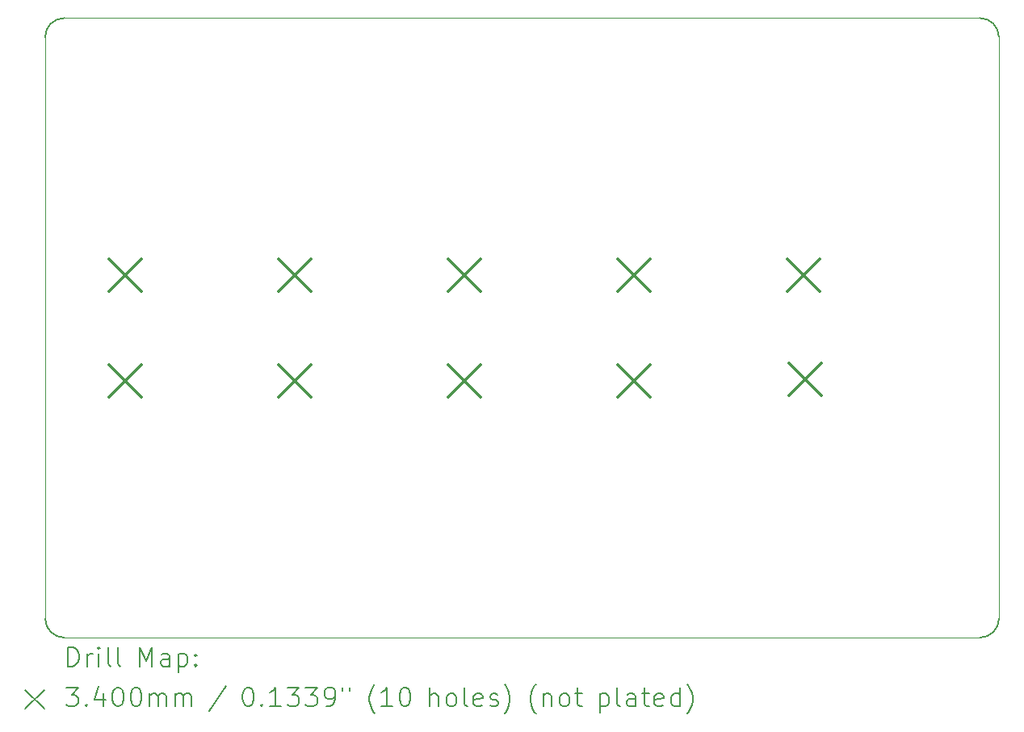
<source format=gbr>
%TF.GenerationSoftware,KiCad,Pcbnew,(6.99.0-3568-gdcfcfd5f29)*%
%TF.CreationDate,2022-10-04T16:24:15+03:00*%
%TF.ProjectId,welder ac diy,77656c64-6572-4206-9163-206469792e6b,rev?*%
%TF.SameCoordinates,Original*%
%TF.FileFunction,Drillmap*%
%TF.FilePolarity,Positive*%
%FSLAX45Y45*%
G04 Gerber Fmt 4.5, Leading zero omitted, Abs format (unit mm)*
G04 Created by KiCad (PCBNEW (6.99.0-3568-gdcfcfd5f29)) date 2022-10-04 16:24:15*
%MOMM*%
%LPD*%
G01*
G04 APERTURE LIST*
%ADD10C,0.150000*%
%ADD11C,0.100000*%
%ADD12C,0.200000*%
%ADD13C,0.340000*%
G04 APERTURE END LIST*
D10*
X5200000Y-5000000D02*
G75*
G03*
X5000000Y-5200000I0J-200000D01*
G01*
X14800000Y-11500000D02*
G75*
G03*
X15000000Y-11300000I0J200000D01*
G01*
D11*
X5200000Y-5000000D02*
X14800000Y-5000000D01*
X15000000Y-5200000D02*
X15000000Y-11300000D01*
D10*
X5000000Y-11300000D02*
G75*
G03*
X5200000Y-11500000I200000J0D01*
G01*
D11*
X14800000Y-11500000D02*
X5200000Y-11500000D01*
X5000000Y-11300000D02*
X5000000Y-5200000D01*
D10*
X15000000Y-5200000D02*
G75*
G03*
X14800000Y-5000000I-200000J0D01*
G01*
D12*
D13*
X5672000Y-7530500D02*
X6012000Y-7870500D01*
X6012000Y-7530500D02*
X5672000Y-7870500D01*
X5672000Y-8639500D02*
X6012000Y-8979500D01*
X6012000Y-8639500D02*
X5672000Y-8979500D01*
X7450000Y-7530500D02*
X7790000Y-7870500D01*
X7790000Y-7530500D02*
X7450000Y-7870500D01*
X7450000Y-8639500D02*
X7790000Y-8979500D01*
X7790000Y-8639500D02*
X7450000Y-8979500D01*
X9228000Y-7530500D02*
X9568000Y-7870500D01*
X9568000Y-7530500D02*
X9228000Y-7870500D01*
X9228000Y-8639500D02*
X9568000Y-8979500D01*
X9568000Y-8639500D02*
X9228000Y-8979500D01*
X11006000Y-7530500D02*
X11346000Y-7870500D01*
X11346000Y-7530500D02*
X11006000Y-7870500D01*
X11006000Y-8639500D02*
X11346000Y-8979500D01*
X11346000Y-8639500D02*
X11006000Y-8979500D01*
X12784000Y-7530500D02*
X13124000Y-7870500D01*
X13124000Y-7530500D02*
X12784000Y-7870500D01*
X12795600Y-8618000D02*
X13135600Y-8958000D01*
X13135600Y-8618000D02*
X12795600Y-8958000D01*
D12*
X5240119Y-11800976D02*
X5240119Y-11600976D01*
X5240119Y-11600976D02*
X5287738Y-11600976D01*
X5287738Y-11600976D02*
X5316310Y-11610500D01*
X5316310Y-11610500D02*
X5335357Y-11629548D01*
X5335357Y-11629548D02*
X5344881Y-11648595D01*
X5344881Y-11648595D02*
X5354405Y-11686690D01*
X5354405Y-11686690D02*
X5354405Y-11715262D01*
X5354405Y-11715262D02*
X5344881Y-11753357D01*
X5344881Y-11753357D02*
X5335357Y-11772405D01*
X5335357Y-11772405D02*
X5316310Y-11791452D01*
X5316310Y-11791452D02*
X5287738Y-11800976D01*
X5287738Y-11800976D02*
X5240119Y-11800976D01*
X5440119Y-11800976D02*
X5440119Y-11667643D01*
X5440119Y-11705738D02*
X5449643Y-11686690D01*
X5449643Y-11686690D02*
X5459167Y-11677167D01*
X5459167Y-11677167D02*
X5478214Y-11667643D01*
X5478214Y-11667643D02*
X5497262Y-11667643D01*
X5563929Y-11800976D02*
X5563929Y-11667643D01*
X5563929Y-11600976D02*
X5554405Y-11610500D01*
X5554405Y-11610500D02*
X5563929Y-11620024D01*
X5563929Y-11620024D02*
X5573452Y-11610500D01*
X5573452Y-11610500D02*
X5563929Y-11600976D01*
X5563929Y-11600976D02*
X5563929Y-11620024D01*
X5687738Y-11800976D02*
X5668690Y-11791452D01*
X5668690Y-11791452D02*
X5659167Y-11772405D01*
X5659167Y-11772405D02*
X5659167Y-11600976D01*
X5792500Y-11800976D02*
X5773452Y-11791452D01*
X5773452Y-11791452D02*
X5763928Y-11772405D01*
X5763928Y-11772405D02*
X5763928Y-11600976D01*
X5988690Y-11800976D02*
X5988690Y-11600976D01*
X5988690Y-11600976D02*
X6055357Y-11743833D01*
X6055357Y-11743833D02*
X6122024Y-11600976D01*
X6122024Y-11600976D02*
X6122024Y-11800976D01*
X6302976Y-11800976D02*
X6302976Y-11696214D01*
X6302976Y-11696214D02*
X6293452Y-11677167D01*
X6293452Y-11677167D02*
X6274405Y-11667643D01*
X6274405Y-11667643D02*
X6236309Y-11667643D01*
X6236309Y-11667643D02*
X6217262Y-11677167D01*
X6302976Y-11791452D02*
X6283928Y-11800976D01*
X6283928Y-11800976D02*
X6236309Y-11800976D01*
X6236309Y-11800976D02*
X6217262Y-11791452D01*
X6217262Y-11791452D02*
X6207738Y-11772405D01*
X6207738Y-11772405D02*
X6207738Y-11753357D01*
X6207738Y-11753357D02*
X6217262Y-11734309D01*
X6217262Y-11734309D02*
X6236309Y-11724786D01*
X6236309Y-11724786D02*
X6283928Y-11724786D01*
X6283928Y-11724786D02*
X6302976Y-11715262D01*
X6398214Y-11667643D02*
X6398214Y-11867643D01*
X6398214Y-11677167D02*
X6417262Y-11667643D01*
X6417262Y-11667643D02*
X6455357Y-11667643D01*
X6455357Y-11667643D02*
X6474405Y-11677167D01*
X6474405Y-11677167D02*
X6483928Y-11686690D01*
X6483928Y-11686690D02*
X6493452Y-11705738D01*
X6493452Y-11705738D02*
X6493452Y-11762881D01*
X6493452Y-11762881D02*
X6483928Y-11781928D01*
X6483928Y-11781928D02*
X6474405Y-11791452D01*
X6474405Y-11791452D02*
X6455357Y-11800976D01*
X6455357Y-11800976D02*
X6417262Y-11800976D01*
X6417262Y-11800976D02*
X6398214Y-11791452D01*
X6579167Y-11781928D02*
X6588690Y-11791452D01*
X6588690Y-11791452D02*
X6579167Y-11800976D01*
X6579167Y-11800976D02*
X6569643Y-11791452D01*
X6569643Y-11791452D02*
X6579167Y-11781928D01*
X6579167Y-11781928D02*
X6579167Y-11800976D01*
X6579167Y-11677167D02*
X6588690Y-11686690D01*
X6588690Y-11686690D02*
X6579167Y-11696214D01*
X6579167Y-11696214D02*
X6569643Y-11686690D01*
X6569643Y-11686690D02*
X6579167Y-11677167D01*
X6579167Y-11677167D02*
X6579167Y-11696214D01*
X4792500Y-12047500D02*
X4992500Y-12247500D01*
X4992500Y-12047500D02*
X4792500Y-12247500D01*
X5221071Y-12020976D02*
X5344881Y-12020976D01*
X5344881Y-12020976D02*
X5278214Y-12097167D01*
X5278214Y-12097167D02*
X5306786Y-12097167D01*
X5306786Y-12097167D02*
X5325833Y-12106690D01*
X5325833Y-12106690D02*
X5335357Y-12116214D01*
X5335357Y-12116214D02*
X5344881Y-12135262D01*
X5344881Y-12135262D02*
X5344881Y-12182881D01*
X5344881Y-12182881D02*
X5335357Y-12201928D01*
X5335357Y-12201928D02*
X5325833Y-12211452D01*
X5325833Y-12211452D02*
X5306786Y-12220976D01*
X5306786Y-12220976D02*
X5249643Y-12220976D01*
X5249643Y-12220976D02*
X5230595Y-12211452D01*
X5230595Y-12211452D02*
X5221071Y-12201928D01*
X5430595Y-12201928D02*
X5440119Y-12211452D01*
X5440119Y-12211452D02*
X5430595Y-12220976D01*
X5430595Y-12220976D02*
X5421071Y-12211452D01*
X5421071Y-12211452D02*
X5430595Y-12201928D01*
X5430595Y-12201928D02*
X5430595Y-12220976D01*
X5611548Y-12087643D02*
X5611548Y-12220976D01*
X5563929Y-12011452D02*
X5516310Y-12154309D01*
X5516310Y-12154309D02*
X5640119Y-12154309D01*
X5754405Y-12020976D02*
X5773452Y-12020976D01*
X5773452Y-12020976D02*
X5792500Y-12030500D01*
X5792500Y-12030500D02*
X5802024Y-12040024D01*
X5802024Y-12040024D02*
X5811548Y-12059071D01*
X5811548Y-12059071D02*
X5821071Y-12097167D01*
X5821071Y-12097167D02*
X5821071Y-12144786D01*
X5821071Y-12144786D02*
X5811548Y-12182881D01*
X5811548Y-12182881D02*
X5802024Y-12201928D01*
X5802024Y-12201928D02*
X5792500Y-12211452D01*
X5792500Y-12211452D02*
X5773452Y-12220976D01*
X5773452Y-12220976D02*
X5754405Y-12220976D01*
X5754405Y-12220976D02*
X5735357Y-12211452D01*
X5735357Y-12211452D02*
X5725833Y-12201928D01*
X5725833Y-12201928D02*
X5716309Y-12182881D01*
X5716309Y-12182881D02*
X5706786Y-12144786D01*
X5706786Y-12144786D02*
X5706786Y-12097167D01*
X5706786Y-12097167D02*
X5716309Y-12059071D01*
X5716309Y-12059071D02*
X5725833Y-12040024D01*
X5725833Y-12040024D02*
X5735357Y-12030500D01*
X5735357Y-12030500D02*
X5754405Y-12020976D01*
X5944881Y-12020976D02*
X5963929Y-12020976D01*
X5963929Y-12020976D02*
X5982976Y-12030500D01*
X5982976Y-12030500D02*
X5992500Y-12040024D01*
X5992500Y-12040024D02*
X6002024Y-12059071D01*
X6002024Y-12059071D02*
X6011548Y-12097167D01*
X6011548Y-12097167D02*
X6011548Y-12144786D01*
X6011548Y-12144786D02*
X6002024Y-12182881D01*
X6002024Y-12182881D02*
X5992500Y-12201928D01*
X5992500Y-12201928D02*
X5982976Y-12211452D01*
X5982976Y-12211452D02*
X5963929Y-12220976D01*
X5963929Y-12220976D02*
X5944881Y-12220976D01*
X5944881Y-12220976D02*
X5925833Y-12211452D01*
X5925833Y-12211452D02*
X5916309Y-12201928D01*
X5916309Y-12201928D02*
X5906786Y-12182881D01*
X5906786Y-12182881D02*
X5897262Y-12144786D01*
X5897262Y-12144786D02*
X5897262Y-12097167D01*
X5897262Y-12097167D02*
X5906786Y-12059071D01*
X5906786Y-12059071D02*
X5916309Y-12040024D01*
X5916309Y-12040024D02*
X5925833Y-12030500D01*
X5925833Y-12030500D02*
X5944881Y-12020976D01*
X6097262Y-12220976D02*
X6097262Y-12087643D01*
X6097262Y-12106690D02*
X6106786Y-12097167D01*
X6106786Y-12097167D02*
X6125833Y-12087643D01*
X6125833Y-12087643D02*
X6154405Y-12087643D01*
X6154405Y-12087643D02*
X6173452Y-12097167D01*
X6173452Y-12097167D02*
X6182976Y-12116214D01*
X6182976Y-12116214D02*
X6182976Y-12220976D01*
X6182976Y-12116214D02*
X6192500Y-12097167D01*
X6192500Y-12097167D02*
X6211548Y-12087643D01*
X6211548Y-12087643D02*
X6240119Y-12087643D01*
X6240119Y-12087643D02*
X6259167Y-12097167D01*
X6259167Y-12097167D02*
X6268690Y-12116214D01*
X6268690Y-12116214D02*
X6268690Y-12220976D01*
X6363929Y-12220976D02*
X6363929Y-12087643D01*
X6363929Y-12106690D02*
X6373452Y-12097167D01*
X6373452Y-12097167D02*
X6392500Y-12087643D01*
X6392500Y-12087643D02*
X6421071Y-12087643D01*
X6421071Y-12087643D02*
X6440119Y-12097167D01*
X6440119Y-12097167D02*
X6449643Y-12116214D01*
X6449643Y-12116214D02*
X6449643Y-12220976D01*
X6449643Y-12116214D02*
X6459167Y-12097167D01*
X6459167Y-12097167D02*
X6478214Y-12087643D01*
X6478214Y-12087643D02*
X6506786Y-12087643D01*
X6506786Y-12087643D02*
X6525833Y-12097167D01*
X6525833Y-12097167D02*
X6535357Y-12116214D01*
X6535357Y-12116214D02*
X6535357Y-12220976D01*
X6893452Y-12011452D02*
X6722024Y-12268595D01*
X7118214Y-12020976D02*
X7137262Y-12020976D01*
X7137262Y-12020976D02*
X7156310Y-12030500D01*
X7156310Y-12030500D02*
X7165833Y-12040024D01*
X7165833Y-12040024D02*
X7175357Y-12059071D01*
X7175357Y-12059071D02*
X7184881Y-12097167D01*
X7184881Y-12097167D02*
X7184881Y-12144786D01*
X7184881Y-12144786D02*
X7175357Y-12182881D01*
X7175357Y-12182881D02*
X7165833Y-12201928D01*
X7165833Y-12201928D02*
X7156310Y-12211452D01*
X7156310Y-12211452D02*
X7137262Y-12220976D01*
X7137262Y-12220976D02*
X7118214Y-12220976D01*
X7118214Y-12220976D02*
X7099167Y-12211452D01*
X7099167Y-12211452D02*
X7089643Y-12201928D01*
X7089643Y-12201928D02*
X7080119Y-12182881D01*
X7080119Y-12182881D02*
X7070595Y-12144786D01*
X7070595Y-12144786D02*
X7070595Y-12097167D01*
X7070595Y-12097167D02*
X7080119Y-12059071D01*
X7080119Y-12059071D02*
X7089643Y-12040024D01*
X7089643Y-12040024D02*
X7099167Y-12030500D01*
X7099167Y-12030500D02*
X7118214Y-12020976D01*
X7270595Y-12201928D02*
X7280119Y-12211452D01*
X7280119Y-12211452D02*
X7270595Y-12220976D01*
X7270595Y-12220976D02*
X7261071Y-12211452D01*
X7261071Y-12211452D02*
X7270595Y-12201928D01*
X7270595Y-12201928D02*
X7270595Y-12220976D01*
X7470595Y-12220976D02*
X7356310Y-12220976D01*
X7413452Y-12220976D02*
X7413452Y-12020976D01*
X7413452Y-12020976D02*
X7394405Y-12049548D01*
X7394405Y-12049548D02*
X7375357Y-12068595D01*
X7375357Y-12068595D02*
X7356310Y-12078119D01*
X7537262Y-12020976D02*
X7661071Y-12020976D01*
X7661071Y-12020976D02*
X7594405Y-12097167D01*
X7594405Y-12097167D02*
X7622976Y-12097167D01*
X7622976Y-12097167D02*
X7642024Y-12106690D01*
X7642024Y-12106690D02*
X7651548Y-12116214D01*
X7651548Y-12116214D02*
X7661071Y-12135262D01*
X7661071Y-12135262D02*
X7661071Y-12182881D01*
X7661071Y-12182881D02*
X7651548Y-12201928D01*
X7651548Y-12201928D02*
X7642024Y-12211452D01*
X7642024Y-12211452D02*
X7622976Y-12220976D01*
X7622976Y-12220976D02*
X7565833Y-12220976D01*
X7565833Y-12220976D02*
X7546786Y-12211452D01*
X7546786Y-12211452D02*
X7537262Y-12201928D01*
X7727738Y-12020976D02*
X7851548Y-12020976D01*
X7851548Y-12020976D02*
X7784881Y-12097167D01*
X7784881Y-12097167D02*
X7813452Y-12097167D01*
X7813452Y-12097167D02*
X7832500Y-12106690D01*
X7832500Y-12106690D02*
X7842024Y-12116214D01*
X7842024Y-12116214D02*
X7851548Y-12135262D01*
X7851548Y-12135262D02*
X7851548Y-12182881D01*
X7851548Y-12182881D02*
X7842024Y-12201928D01*
X7842024Y-12201928D02*
X7832500Y-12211452D01*
X7832500Y-12211452D02*
X7813452Y-12220976D01*
X7813452Y-12220976D02*
X7756310Y-12220976D01*
X7756310Y-12220976D02*
X7737262Y-12211452D01*
X7737262Y-12211452D02*
X7727738Y-12201928D01*
X7946786Y-12220976D02*
X7984881Y-12220976D01*
X7984881Y-12220976D02*
X8003929Y-12211452D01*
X8003929Y-12211452D02*
X8013452Y-12201928D01*
X8013452Y-12201928D02*
X8032500Y-12173357D01*
X8032500Y-12173357D02*
X8042024Y-12135262D01*
X8042024Y-12135262D02*
X8042024Y-12059071D01*
X8042024Y-12059071D02*
X8032500Y-12040024D01*
X8032500Y-12040024D02*
X8022976Y-12030500D01*
X8022976Y-12030500D02*
X8003929Y-12020976D01*
X8003929Y-12020976D02*
X7965833Y-12020976D01*
X7965833Y-12020976D02*
X7946786Y-12030500D01*
X7946786Y-12030500D02*
X7937262Y-12040024D01*
X7937262Y-12040024D02*
X7927738Y-12059071D01*
X7927738Y-12059071D02*
X7927738Y-12106690D01*
X7927738Y-12106690D02*
X7937262Y-12125738D01*
X7937262Y-12125738D02*
X7946786Y-12135262D01*
X7946786Y-12135262D02*
X7965833Y-12144786D01*
X7965833Y-12144786D02*
X8003929Y-12144786D01*
X8003929Y-12144786D02*
X8022976Y-12135262D01*
X8022976Y-12135262D02*
X8032500Y-12125738D01*
X8032500Y-12125738D02*
X8042024Y-12106690D01*
X8118214Y-12020976D02*
X8118214Y-12059071D01*
X8194405Y-12020976D02*
X8194405Y-12059071D01*
X8457262Y-12297167D02*
X8447738Y-12287643D01*
X8447738Y-12287643D02*
X8428691Y-12259071D01*
X8428691Y-12259071D02*
X8419167Y-12240024D01*
X8419167Y-12240024D02*
X8409643Y-12211452D01*
X8409643Y-12211452D02*
X8400119Y-12163833D01*
X8400119Y-12163833D02*
X8400119Y-12125738D01*
X8400119Y-12125738D02*
X8409643Y-12078119D01*
X8409643Y-12078119D02*
X8419167Y-12049548D01*
X8419167Y-12049548D02*
X8428691Y-12030500D01*
X8428691Y-12030500D02*
X8447738Y-12001928D01*
X8447738Y-12001928D02*
X8457262Y-11992405D01*
X8638214Y-12220976D02*
X8523929Y-12220976D01*
X8581072Y-12220976D02*
X8581072Y-12020976D01*
X8581072Y-12020976D02*
X8562024Y-12049548D01*
X8562024Y-12049548D02*
X8542976Y-12068595D01*
X8542976Y-12068595D02*
X8523929Y-12078119D01*
X8762024Y-12020976D02*
X8781072Y-12020976D01*
X8781072Y-12020976D02*
X8800119Y-12030500D01*
X8800119Y-12030500D02*
X8809643Y-12040024D01*
X8809643Y-12040024D02*
X8819167Y-12059071D01*
X8819167Y-12059071D02*
X8828691Y-12097167D01*
X8828691Y-12097167D02*
X8828691Y-12144786D01*
X8828691Y-12144786D02*
X8819167Y-12182881D01*
X8819167Y-12182881D02*
X8809643Y-12201928D01*
X8809643Y-12201928D02*
X8800119Y-12211452D01*
X8800119Y-12211452D02*
X8781072Y-12220976D01*
X8781072Y-12220976D02*
X8762024Y-12220976D01*
X8762024Y-12220976D02*
X8742976Y-12211452D01*
X8742976Y-12211452D02*
X8733453Y-12201928D01*
X8733453Y-12201928D02*
X8723929Y-12182881D01*
X8723929Y-12182881D02*
X8714405Y-12144786D01*
X8714405Y-12144786D02*
X8714405Y-12097167D01*
X8714405Y-12097167D02*
X8723929Y-12059071D01*
X8723929Y-12059071D02*
X8733453Y-12040024D01*
X8733453Y-12040024D02*
X8742976Y-12030500D01*
X8742976Y-12030500D02*
X8762024Y-12020976D01*
X9034405Y-12220976D02*
X9034405Y-12020976D01*
X9120119Y-12220976D02*
X9120119Y-12116214D01*
X9120119Y-12116214D02*
X9110595Y-12097167D01*
X9110595Y-12097167D02*
X9091548Y-12087643D01*
X9091548Y-12087643D02*
X9062976Y-12087643D01*
X9062976Y-12087643D02*
X9043929Y-12097167D01*
X9043929Y-12097167D02*
X9034405Y-12106690D01*
X9243929Y-12220976D02*
X9224881Y-12211452D01*
X9224881Y-12211452D02*
X9215357Y-12201928D01*
X9215357Y-12201928D02*
X9205834Y-12182881D01*
X9205834Y-12182881D02*
X9205834Y-12125738D01*
X9205834Y-12125738D02*
X9215357Y-12106690D01*
X9215357Y-12106690D02*
X9224881Y-12097167D01*
X9224881Y-12097167D02*
X9243929Y-12087643D01*
X9243929Y-12087643D02*
X9272500Y-12087643D01*
X9272500Y-12087643D02*
X9291548Y-12097167D01*
X9291548Y-12097167D02*
X9301072Y-12106690D01*
X9301072Y-12106690D02*
X9310595Y-12125738D01*
X9310595Y-12125738D02*
X9310595Y-12182881D01*
X9310595Y-12182881D02*
X9301072Y-12201928D01*
X9301072Y-12201928D02*
X9291548Y-12211452D01*
X9291548Y-12211452D02*
X9272500Y-12220976D01*
X9272500Y-12220976D02*
X9243929Y-12220976D01*
X9424881Y-12220976D02*
X9405834Y-12211452D01*
X9405834Y-12211452D02*
X9396310Y-12192405D01*
X9396310Y-12192405D02*
X9396310Y-12020976D01*
X9577262Y-12211452D02*
X9558215Y-12220976D01*
X9558215Y-12220976D02*
X9520119Y-12220976D01*
X9520119Y-12220976D02*
X9501072Y-12211452D01*
X9501072Y-12211452D02*
X9491548Y-12192405D01*
X9491548Y-12192405D02*
X9491548Y-12116214D01*
X9491548Y-12116214D02*
X9501072Y-12097167D01*
X9501072Y-12097167D02*
X9520119Y-12087643D01*
X9520119Y-12087643D02*
X9558215Y-12087643D01*
X9558215Y-12087643D02*
X9577262Y-12097167D01*
X9577262Y-12097167D02*
X9586786Y-12116214D01*
X9586786Y-12116214D02*
X9586786Y-12135262D01*
X9586786Y-12135262D02*
X9491548Y-12154309D01*
X9662976Y-12211452D02*
X9682024Y-12220976D01*
X9682024Y-12220976D02*
X9720119Y-12220976D01*
X9720119Y-12220976D02*
X9739167Y-12211452D01*
X9739167Y-12211452D02*
X9748691Y-12192405D01*
X9748691Y-12192405D02*
X9748691Y-12182881D01*
X9748691Y-12182881D02*
X9739167Y-12163833D01*
X9739167Y-12163833D02*
X9720119Y-12154309D01*
X9720119Y-12154309D02*
X9691548Y-12154309D01*
X9691548Y-12154309D02*
X9672500Y-12144786D01*
X9672500Y-12144786D02*
X9662976Y-12125738D01*
X9662976Y-12125738D02*
X9662976Y-12116214D01*
X9662976Y-12116214D02*
X9672500Y-12097167D01*
X9672500Y-12097167D02*
X9691548Y-12087643D01*
X9691548Y-12087643D02*
X9720119Y-12087643D01*
X9720119Y-12087643D02*
X9739167Y-12097167D01*
X9815357Y-12297167D02*
X9824881Y-12287643D01*
X9824881Y-12287643D02*
X9843929Y-12259071D01*
X9843929Y-12259071D02*
X9853453Y-12240024D01*
X9853453Y-12240024D02*
X9862976Y-12211452D01*
X9862976Y-12211452D02*
X9872500Y-12163833D01*
X9872500Y-12163833D02*
X9872500Y-12125738D01*
X9872500Y-12125738D02*
X9862976Y-12078119D01*
X9862976Y-12078119D02*
X9853453Y-12049548D01*
X9853453Y-12049548D02*
X9843929Y-12030500D01*
X9843929Y-12030500D02*
X9824881Y-12001928D01*
X9824881Y-12001928D02*
X9815357Y-11992405D01*
X10144881Y-12297167D02*
X10135357Y-12287643D01*
X10135357Y-12287643D02*
X10116310Y-12259071D01*
X10116310Y-12259071D02*
X10106786Y-12240024D01*
X10106786Y-12240024D02*
X10097262Y-12211452D01*
X10097262Y-12211452D02*
X10087738Y-12163833D01*
X10087738Y-12163833D02*
X10087738Y-12125738D01*
X10087738Y-12125738D02*
X10097262Y-12078119D01*
X10097262Y-12078119D02*
X10106786Y-12049548D01*
X10106786Y-12049548D02*
X10116310Y-12030500D01*
X10116310Y-12030500D02*
X10135357Y-12001928D01*
X10135357Y-12001928D02*
X10144881Y-11992405D01*
X10221072Y-12087643D02*
X10221072Y-12220976D01*
X10221072Y-12106690D02*
X10230595Y-12097167D01*
X10230595Y-12097167D02*
X10249643Y-12087643D01*
X10249643Y-12087643D02*
X10278215Y-12087643D01*
X10278215Y-12087643D02*
X10297262Y-12097167D01*
X10297262Y-12097167D02*
X10306786Y-12116214D01*
X10306786Y-12116214D02*
X10306786Y-12220976D01*
X10430595Y-12220976D02*
X10411548Y-12211452D01*
X10411548Y-12211452D02*
X10402024Y-12201928D01*
X10402024Y-12201928D02*
X10392500Y-12182881D01*
X10392500Y-12182881D02*
X10392500Y-12125738D01*
X10392500Y-12125738D02*
X10402024Y-12106690D01*
X10402024Y-12106690D02*
X10411548Y-12097167D01*
X10411548Y-12097167D02*
X10430595Y-12087643D01*
X10430595Y-12087643D02*
X10459167Y-12087643D01*
X10459167Y-12087643D02*
X10478215Y-12097167D01*
X10478215Y-12097167D02*
X10487738Y-12106690D01*
X10487738Y-12106690D02*
X10497262Y-12125738D01*
X10497262Y-12125738D02*
X10497262Y-12182881D01*
X10497262Y-12182881D02*
X10487738Y-12201928D01*
X10487738Y-12201928D02*
X10478215Y-12211452D01*
X10478215Y-12211452D02*
X10459167Y-12220976D01*
X10459167Y-12220976D02*
X10430595Y-12220976D01*
X10554405Y-12087643D02*
X10630595Y-12087643D01*
X10582976Y-12020976D02*
X10582976Y-12192405D01*
X10582976Y-12192405D02*
X10592500Y-12211452D01*
X10592500Y-12211452D02*
X10611548Y-12220976D01*
X10611548Y-12220976D02*
X10630595Y-12220976D01*
X10817262Y-12087643D02*
X10817262Y-12287643D01*
X10817262Y-12097167D02*
X10836310Y-12087643D01*
X10836310Y-12087643D02*
X10874405Y-12087643D01*
X10874405Y-12087643D02*
X10893453Y-12097167D01*
X10893453Y-12097167D02*
X10902976Y-12106690D01*
X10902976Y-12106690D02*
X10912500Y-12125738D01*
X10912500Y-12125738D02*
X10912500Y-12182881D01*
X10912500Y-12182881D02*
X10902976Y-12201928D01*
X10902976Y-12201928D02*
X10893453Y-12211452D01*
X10893453Y-12211452D02*
X10874405Y-12220976D01*
X10874405Y-12220976D02*
X10836310Y-12220976D01*
X10836310Y-12220976D02*
X10817262Y-12211452D01*
X11026786Y-12220976D02*
X11007738Y-12211452D01*
X11007738Y-12211452D02*
X10998215Y-12192405D01*
X10998215Y-12192405D02*
X10998215Y-12020976D01*
X11188691Y-12220976D02*
X11188691Y-12116214D01*
X11188691Y-12116214D02*
X11179167Y-12097167D01*
X11179167Y-12097167D02*
X11160119Y-12087643D01*
X11160119Y-12087643D02*
X11122024Y-12087643D01*
X11122024Y-12087643D02*
X11102976Y-12097167D01*
X11188691Y-12211452D02*
X11169643Y-12220976D01*
X11169643Y-12220976D02*
X11122024Y-12220976D01*
X11122024Y-12220976D02*
X11102976Y-12211452D01*
X11102976Y-12211452D02*
X11093453Y-12192405D01*
X11093453Y-12192405D02*
X11093453Y-12173357D01*
X11093453Y-12173357D02*
X11102976Y-12154309D01*
X11102976Y-12154309D02*
X11122024Y-12144786D01*
X11122024Y-12144786D02*
X11169643Y-12144786D01*
X11169643Y-12144786D02*
X11188691Y-12135262D01*
X11255357Y-12087643D02*
X11331548Y-12087643D01*
X11283929Y-12020976D02*
X11283929Y-12192405D01*
X11283929Y-12192405D02*
X11293453Y-12211452D01*
X11293453Y-12211452D02*
X11312500Y-12220976D01*
X11312500Y-12220976D02*
X11331548Y-12220976D01*
X11474405Y-12211452D02*
X11455357Y-12220976D01*
X11455357Y-12220976D02*
X11417262Y-12220976D01*
X11417262Y-12220976D02*
X11398214Y-12211452D01*
X11398214Y-12211452D02*
X11388691Y-12192405D01*
X11388691Y-12192405D02*
X11388691Y-12116214D01*
X11388691Y-12116214D02*
X11398214Y-12097167D01*
X11398214Y-12097167D02*
X11417262Y-12087643D01*
X11417262Y-12087643D02*
X11455357Y-12087643D01*
X11455357Y-12087643D02*
X11474405Y-12097167D01*
X11474405Y-12097167D02*
X11483929Y-12116214D01*
X11483929Y-12116214D02*
X11483929Y-12135262D01*
X11483929Y-12135262D02*
X11388691Y-12154309D01*
X11655357Y-12220976D02*
X11655357Y-12020976D01*
X11655357Y-12211452D02*
X11636310Y-12220976D01*
X11636310Y-12220976D02*
X11598214Y-12220976D01*
X11598214Y-12220976D02*
X11579167Y-12211452D01*
X11579167Y-12211452D02*
X11569643Y-12201928D01*
X11569643Y-12201928D02*
X11560119Y-12182881D01*
X11560119Y-12182881D02*
X11560119Y-12125738D01*
X11560119Y-12125738D02*
X11569643Y-12106690D01*
X11569643Y-12106690D02*
X11579167Y-12097167D01*
X11579167Y-12097167D02*
X11598214Y-12087643D01*
X11598214Y-12087643D02*
X11636310Y-12087643D01*
X11636310Y-12087643D02*
X11655357Y-12097167D01*
X11731548Y-12297167D02*
X11741072Y-12287643D01*
X11741072Y-12287643D02*
X11760119Y-12259071D01*
X11760119Y-12259071D02*
X11769643Y-12240024D01*
X11769643Y-12240024D02*
X11779167Y-12211452D01*
X11779167Y-12211452D02*
X11788691Y-12163833D01*
X11788691Y-12163833D02*
X11788691Y-12125738D01*
X11788691Y-12125738D02*
X11779167Y-12078119D01*
X11779167Y-12078119D02*
X11769643Y-12049548D01*
X11769643Y-12049548D02*
X11760119Y-12030500D01*
X11760119Y-12030500D02*
X11741072Y-12001928D01*
X11741072Y-12001928D02*
X11731548Y-11992405D01*
M02*

</source>
